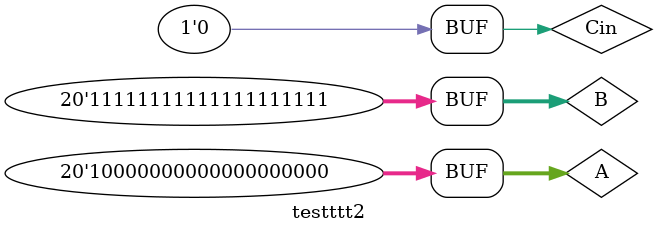
<source format=v>
`timescale 1ns / 1ps


module testttt2;

	// Inputs
	reg [19:0] A;
	reg [19:0] B;
	reg Cin;

	// Outputs
	wire Carry;
	wire [19:0] Sum;

	// Instantiate the Unit Under Test (UUT)
	CLA uut (
		.A(A), 
		.B(B), 
		.Cin(Cin), 
		.Carry(Carry), 
		.Sum(Sum)
	);

	initial begin
		// Initialize Inputs
		A = 0;
		B = 0;
		Cin = 0;

		// Wait 100 ns for global reset to finish
		#100;
        
		// Add stimulus here
		A[0] = 1;
		A[1] = 1;
		A[2] = 0;
		A[3] = 0;
		A[4] = 0;
		A[5] = 1;
		A[6] = 0;
		A[7] = 0;
		A[8] = 0;
		A[9] = 0;
		A[10] = 0;
		A[11] = 0;
		A[12] = 1;
		A[13] = 0;
		A[14] = 0;
		A[15] = 0;
		A[16] = 0;
		A[17] = 1;
		A[18] = 0;
		A[19] = 0;
		B[0] = 0;
		B[1] = 0;
		B[2] = 0;
		B[3] = 1;
		B[4] = 1;
		B[5] = 1;
		B[6] = 0;
		B[7] = 0;
		B[8] = 1;
		B[9] = 0;
		B[10] = 0;
		B[11] = 0;
		B[12] = 1;
		B[13] = 0;
		B[14] = 0;
		B[15] = 0;
		B[16] = 0;
		B[17] = 0;
		B[18] = 0;
		B[19] = 0;
		Cin=0;
		#100;
		A[0] = 1;
		A[1] = 1;
		A[2] = 1;
		A[3] = 0;
		A[4] = 0;
		A[5] = 1;
		A[6] = 0;
		A[7] = 0;
		A[8] = 0;
		A[9] = 0;
		A[10] = 1;
		A[11] = 1;
		A[12] = 1;
		A[13] = 0;
		A[14] = 0;
		A[15] = 0;
		A[16] = 0;
		A[17] = 0;
		A[18] = 0;
		A[19] = 0;
		B[0] = 1;
		B[1] = 1;
		B[2] = 0;
		B[3] = 0;
		B[4] = 0;
		B[5] = 0;
		B[6] = 1;
		B[7] = 0;
		B[8] = 0;
		B[9] = 0;
		B[10] = 0;
		B[11] = 0;
		B[12] = 0;
		B[13] = 0;
		B[14] = 0;
		B[15] = 0;
		B[16] = 0;
		B[17] = 0;
		B[18] = 0;
		B[19] = 0;
		Cin=1;
		#100;
		A[0] = 1;
		A[1] = 0;
		A[2] = 0;
		A[3] = 0;
		A[4] = 0;
		A[5] = 0;
		A[6] = 0;
		A[7] = 0;
		A[8] = 0;
		A[9] = 0;
		A[10] = 0;
		A[11] = 0;
		A[12] = 0;
		A[13] = 0;
		A[14] = 0;
		A[15] = 0;
		A[16] = 1;
		A[17] = 0;
		A[18] = 0;
		A[19] = 0;
		B[0] = 1;
		B[1] = 1;
		B[2] = 0;
		B[3] = 0;
		B[4] = 1;
		B[5] = 0;
		B[6] = 0;
		B[7] = 0;
		B[8] = 0;
		B[9] = 0;
		B[10] = 0;
		B[11] = 0;
		B[12] = 1;
		B[13] = 1;
		B[14] = 1;
		B[15] = 1;
		B[16] = 1;
		B[17] = 0;
		B[18] = 0;
		B[19] = 0;
		Cin=0;
		#100;
		A[0] = 1;
		A[1] = 1;
		A[2] = 1;
		A[3] = 0;
		A[4] = 0;
		A[5] = 1;
		A[6] = 0;
		A[7] = 0;
		A[8] = 0;
		A[9] = 0;
		A[10] = 1;
		A[11] = 1;
		A[12] = 1;
		A[13] = 0;
		A[14] = 0;
		A[15] = 0;
		A[16] = 0;
		A[17] = 0;
		A[18] = 0;
		A[19] = 0;
		B[0] = 1;
		B[1] = 1;
		B[2] = 0;
		B[3] = 0;
		B[4] = 0;
		B[5] = 0;
		B[6] = 1;
		B[7] = 0;
		B[8] = 0;
		B[9] = 0;
		B[10] = 0;
		B[11] = 0;
		B[12] = 0;
		B[13] = 1;
		B[14] = 0;
		B[15] = 0;
		B[16] = 0;
		B[17] = 0;
		B[18] = 1;
		B[19] = 0;
		Cin=1;
		#100;
		A[0] = 1;
		A[1] = 1;
		A[2] = 1;
		A[3] = 0;
		A[4] = 0;
		A[5] = 1;
		A[6] = 0;
		A[7] = 0;
		A[8] = 0;
		A[9] = 0;
		A[10] = 1;
		A[11] = 1;
		A[12] = 1;
		A[13] = 0;
		A[14] = 0;
		A[15] = 0;
		A[16] = 0;
		A[17] = 0;
		A[18] = 0;
		A[19] = 0;
		B[0] = 1;
		B[1] = 1;
		B[2] = 0;
		B[3] = 0;
		B[4] = 0;
		B[5] = 0;
		B[6] = 1;
		B[7] = 0;
		B[8] = 0;
		B[9] = 0;
		B[10] = 0;
		B[11] = 0;
		B[12] = 0;
		B[13] = 1;
		B[14] = 0;
		B[15] = 0;
		B[16] = 0;
		B[17] = 0;
		B[18] = 1;
		B[19] = 0;
		Cin=0;
		#100;
		A[0] = 0;
		A[1] = 0;
		A[2] = 0;
		A[3] = 0;
		A[4] = 0;
		A[5] = 0;
		A[6] = 0;
		A[7] = 0;
		A[8] = 0;
		A[9] = 0;
		A[10] = 0;
		A[11] = 0;
		A[12] = 0;
		A[13] = 0;
		A[14] = 0;
		A[15] = 0;
		A[16] = 0;
		A[17] = 0;
		A[18] = 0;
		A[19] = 1;
		B[0] = 1;
		B[1] = 1;
		B[2] = 1;
		B[3] = 1;
		B[4] = 1;
		B[5] = 1;
		B[6] = 1;
		B[7] = 1;
		B[8] = 1;
		B[9] = 1;
		B[10] = 1;
		B[11] = 1;
		B[12] = 1;
		B[13] = 1;
		B[14] = 1;
		B[15] = 1;
		B[16] = 1;
		B[17] = 1;
		B[18] = 1;
		B[19] = 1;
		Cin=0;

	end
      
endmodule


</source>
